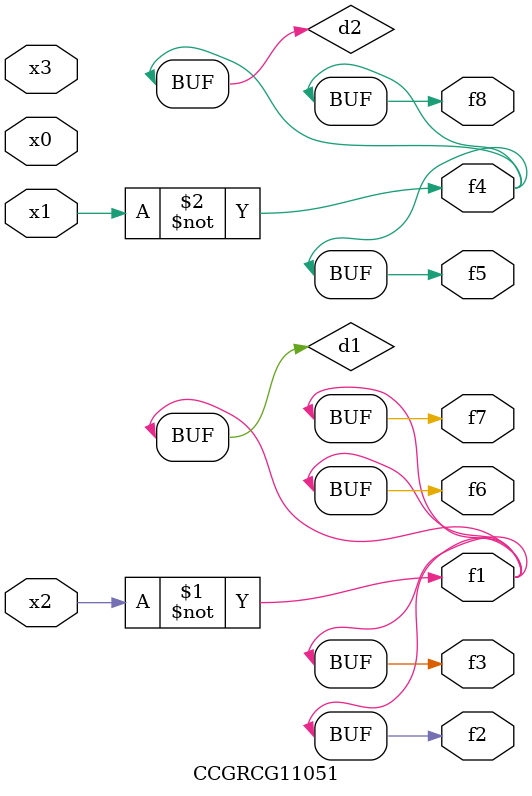
<source format=v>
module CCGRCG11051(
	input x0, x1, x2, x3,
	output f1, f2, f3, f4, f5, f6, f7, f8
);

	wire d1, d2;

	xnor (d1, x2);
	not (d2, x1);
	assign f1 = d1;
	assign f2 = d1;
	assign f3 = d1;
	assign f4 = d2;
	assign f5 = d2;
	assign f6 = d1;
	assign f7 = d1;
	assign f8 = d2;
endmodule

</source>
